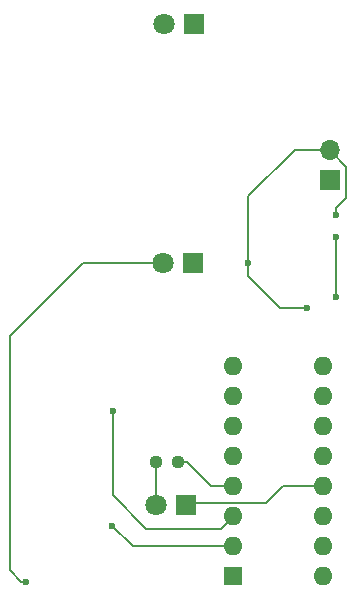
<source format=gbr>
%TF.GenerationSoftware,KiCad,Pcbnew,8.0.8*%
%TF.CreationDate,2025-03-24T19:05:04+08:00*%
%TF.ProjectId,trafficlight,74726166-6669-4636-9c69-6768742e6b69,rev?*%
%TF.SameCoordinates,Original*%
%TF.FileFunction,Copper,L1,Top*%
%TF.FilePolarity,Positive*%
%FSLAX46Y46*%
G04 Gerber Fmt 4.6, Leading zero omitted, Abs format (unit mm)*
G04 Created by KiCad (PCBNEW 8.0.8) date 2025-03-24 19:05:04*
%MOMM*%
%LPD*%
G01*
G04 APERTURE LIST*
G04 Aperture macros list*
%AMRoundRect*
0 Rectangle with rounded corners*
0 $1 Rounding radius*
0 $2 $3 $4 $5 $6 $7 $8 $9 X,Y pos of 4 corners*
0 Add a 4 corners polygon primitive as box body*
4,1,4,$2,$3,$4,$5,$6,$7,$8,$9,$2,$3,0*
0 Add four circle primitives for the rounded corners*
1,1,$1+$1,$2,$3*
1,1,$1+$1,$4,$5*
1,1,$1+$1,$6,$7*
1,1,$1+$1,$8,$9*
0 Add four rect primitives between the rounded corners*
20,1,$1+$1,$2,$3,$4,$5,0*
20,1,$1+$1,$4,$5,$6,$7,0*
20,1,$1+$1,$6,$7,$8,$9,0*
20,1,$1+$1,$8,$9,$2,$3,0*%
G04 Aperture macros list end*
%TA.AperFunction,ComponentPad*%
%ADD10R,1.800000X1.800000*%
%TD*%
%TA.AperFunction,ComponentPad*%
%ADD11C,1.800000*%
%TD*%
%TA.AperFunction,SMDPad,CuDef*%
%ADD12RoundRect,0.237500X-0.250000X-0.237500X0.250000X-0.237500X0.250000X0.237500X-0.250000X0.237500X0*%
%TD*%
%TA.AperFunction,ComponentPad*%
%ADD13R,1.700000X1.700000*%
%TD*%
%TA.AperFunction,ComponentPad*%
%ADD14O,1.700000X1.700000*%
%TD*%
%TA.AperFunction,ComponentPad*%
%ADD15R,1.600000X1.600000*%
%TD*%
%TA.AperFunction,ComponentPad*%
%ADD16O,1.600000X1.600000*%
%TD*%
%TA.AperFunction,ViaPad*%
%ADD17C,0.600000*%
%TD*%
%TA.AperFunction,Conductor*%
%ADD18C,0.200000*%
%TD*%
G04 APERTURE END LIST*
D10*
%TO.P,D2,1,K*%
%TO.N,GND*%
X145395200Y-100411800D03*
D11*
%TO.P,D2,2,A*%
%TO.N,Net-(D2-A)*%
X142855200Y-100411800D03*
%TD*%
D10*
%TO.P,D1,1,K*%
%TO.N,GND*%
X145471400Y-80193400D03*
D11*
%TO.P,D1,2,A*%
%TO.N,Net-(D1-A)*%
X142931400Y-80193400D03*
%TD*%
D10*
%TO.P,D3,1,K*%
%TO.N,GND*%
X144861800Y-120858800D03*
D11*
%TO.P,D3,2,A*%
%TO.N,Net-(D3-A)*%
X142321800Y-120858800D03*
%TD*%
D12*
%TO.P,R5,1*%
%TO.N,Net-(D3-A)*%
X142300200Y-117201200D03*
%TO.P,R5,2*%
%TO.N,Net-(U2-Q2)*%
X144125200Y-117201200D03*
%TD*%
D13*
%TO.P,J1,1,Pin_1*%
%TO.N,GND*%
X156977600Y-93350600D03*
D14*
%TO.P,J1,2,Pin_2*%
%TO.N,/VBus*%
X156977600Y-90810600D03*
%TD*%
D15*
%TO.P,U2,1,Q5*%
%TO.N,unconnected-(U2-Q5-Pad1)*%
X148808800Y-126914400D03*
D16*
%TO.P,U2,2,Q1*%
%TO.N,Net-(D4-A)*%
X148808800Y-124374400D03*
%TO.P,U2,3,Q0*%
%TO.N,Net-(D4-K)*%
X148808800Y-121834400D03*
%TO.P,U2,4,Q2*%
%TO.N,Net-(U2-Q2)*%
X148808800Y-119294400D03*
%TO.P,U2,5,Q6*%
%TO.N,unconnected-(U2-Q6-Pad5)*%
X148808800Y-116754400D03*
%TO.P,U2,6,Q7*%
%TO.N,unconnected-(U2-Q7-Pad6)*%
X148808800Y-114214400D03*
%TO.P,U2,7,Q3*%
%TO.N,Net-(D7-K)*%
X148808800Y-111674400D03*
%TO.P,U2,8,VSS*%
%TO.N,GND*%
X148808800Y-109134400D03*
%TO.P,U2,9,Q8*%
%TO.N,unconnected-(U2-Q8-Pad9)*%
X156428800Y-109134400D03*
%TO.P,U2,10,Q4*%
%TO.N,Net-(U2-Q4)*%
X156428800Y-111674400D03*
%TO.P,U2,11,Q9*%
%TO.N,unconnected-(U2-Q9-Pad11)*%
X156428800Y-114214400D03*
%TO.P,U2,12,Cout*%
%TO.N,unconnected-(U2-Cout-Pad12)*%
X156428800Y-116754400D03*
%TO.P,U2,13,CKEN*%
%TO.N,GND*%
X156428800Y-119294400D03*
%TO.P,U2,14,CLK*%
%TO.N,Net-(U1-Q)*%
X156428800Y-121834400D03*
%TO.P,U2,15,Reset*%
%TO.N,Net-(U2-Q4)*%
X156428800Y-124374400D03*
%TO.P,U2,16,VDD*%
%TO.N,/VBus*%
X156428800Y-126914400D03*
%TD*%
D17*
%TO.N,Net-(D2-A)*%
X131292600Y-127377200D03*
%TO.N,Net-(D4-A)*%
X138582400Y-122620400D03*
%TO.N,Net-(D4-K)*%
X138633200Y-112943000D03*
%TO.N,/VBus*%
X155033000Y-104196400D03*
X150083000Y-100386400D03*
X157561800Y-96351600D03*
%TO.N,Net-(U1-DIS)*%
X157561800Y-103229300D03*
X157561800Y-98176600D03*
%TD*%
D18*
%TO.N,GND*%
X153055600Y-119294400D02*
X156428800Y-119294400D01*
X144986200Y-120734400D02*
X151615600Y-120734400D01*
X151615600Y-120734400D02*
X153055600Y-119294400D01*
X144861800Y-120858800D02*
X144986200Y-120734400D01*
%TO.N,Net-(D2-A)*%
X129895600Y-126390400D02*
X130882400Y-127377200D01*
X136073400Y-100411800D02*
X129895600Y-106589600D01*
X142855200Y-100411800D02*
X136073400Y-100411800D01*
X129895600Y-106589600D02*
X129895600Y-126390400D01*
X130882400Y-127377200D02*
X131292600Y-127377200D01*
%TO.N,Net-(D3-A)*%
X142300200Y-120837200D02*
X142321800Y-120858800D01*
X142300200Y-117201200D02*
X142300200Y-120837200D01*
%TO.N,Net-(D4-A)*%
X148808800Y-124374400D02*
X140336400Y-124374400D01*
X140336400Y-124374400D02*
X138582400Y-122620400D01*
%TO.N,Net-(D4-K)*%
X138633200Y-120065800D02*
X138633200Y-112943000D01*
X148808800Y-121834400D02*
X147758000Y-122885200D01*
X141452600Y-122885200D02*
X138633200Y-120065800D01*
X147758000Y-122885200D02*
X141452600Y-122885200D01*
%TO.N,/VBus*%
X157561800Y-95712800D02*
X157561800Y-96351600D01*
X150083000Y-101492800D02*
X150083000Y-100386400D01*
X158400000Y-92233000D02*
X158400000Y-94874600D01*
X150083000Y-94758800D02*
X154031200Y-90810600D01*
X154031200Y-90810600D02*
X156977600Y-90810600D01*
X156977600Y-90810600D02*
X158400000Y-92233000D01*
X155033000Y-104196400D02*
X152786600Y-104196400D01*
X150083000Y-100386400D02*
X150083000Y-94758800D01*
X152786600Y-104196400D02*
X150083000Y-101492800D01*
X158400000Y-94874600D02*
X157561800Y-95712800D01*
%TO.N,Net-(U1-DIS)*%
X157561800Y-103229300D02*
X157561800Y-98176600D01*
%TO.N,Net-(U2-Q2)*%
X148808800Y-119294400D02*
X146980400Y-119294400D01*
X144887200Y-117201200D02*
X144125200Y-117201200D01*
X146980400Y-119294400D02*
X144887200Y-117201200D01*
%TD*%
M02*

</source>
